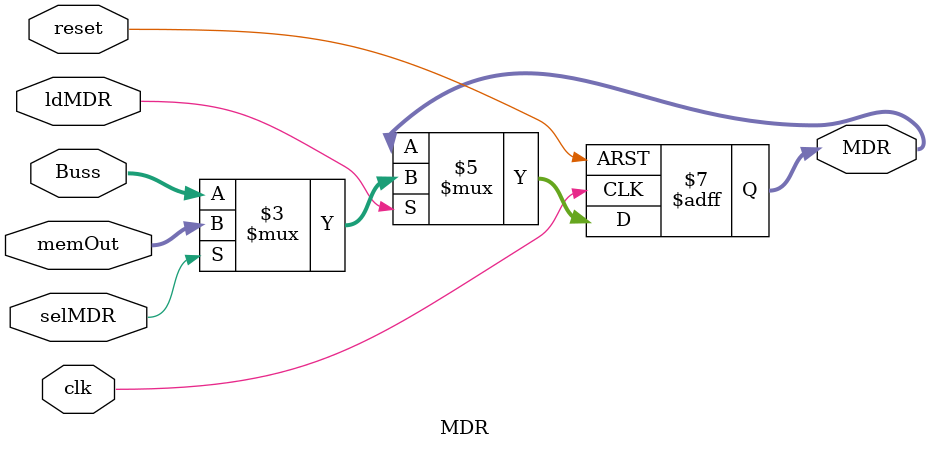
<source format=v>
`timescale 1ns / 1ps

module MDR(Buss, memOut, selMDR, clk, reset, ldMDR, MDR);

input [15:0] Buss, memOut;
input clk, reset, ldMDR, selMDR;
output reg [15:0] MDR;

  always @(posedge clk or posedge reset) 
    if (reset == 1'b1) 										   
			MDR = 0; 
	else if (ldMDR)
			MDR = selMDR?memOut:Buss;		
endmodule


</source>
